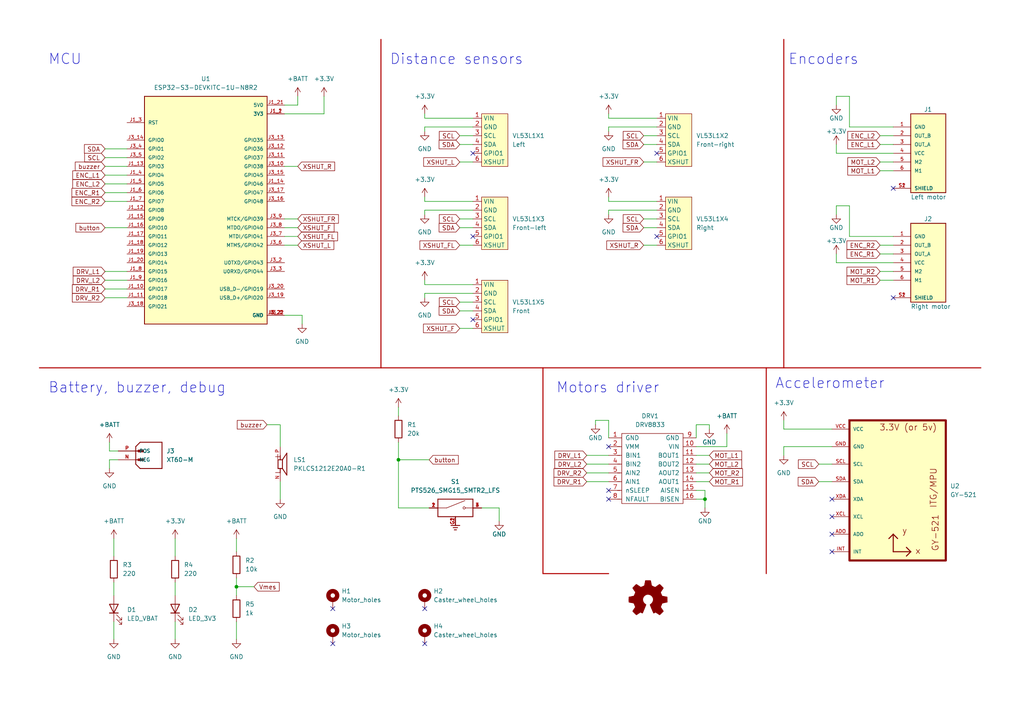
<source format=kicad_sch>
(kicad_sch (version 20211123) (generator eeschema)
  (paper "A4")
  (title_block (title "Algernon Micromouse PCB") (rev "v0.1"))
  (lib_symbols
    (symbol "BM06B-SRSS-TB_LF__SN__1" (pin_names (offset 1.016))
      (property "Reference" "J" (at -5.08 13.462 0))
      (property "Value" "BM06B-SRSS-TB_LF__SN__1" (at -5.08 -12.7 0))
      (symbol "BM06B-SRSS-TB_LF__SN__1_0_0"
        (pin passive line (at -10.16 10.16 0) (length 5.08) (name "GND") (number "1"))
        (pin passive line (at -10.16 7.62 0) (length 5.08) (name "OUT_B") (number "2"))
        (pin passive line (at -10.16 5.08 0) (length 5.08) (name "OUT_A") (number "3"))
        (pin passive line (at -10.16 2.54 0) (length 5.08) (name "VCC") (number "4"))
        (pin passive line (at -10.16 0 0) (length 5.08) (name "M2") (number "5"))
        (pin passive line (at -10.16 -2.54 0) (length 5.08) (name "M1") (number "6"))
        (pin passive line (at -10.16 -7.62 0) (length 5.08) (name "SHIELD") (number "S1"))
        (pin passive line (at -10.16 -7.62 0) (length 5.08) (name "SHIELD") (number "S2"))
      )
    )
    (symbol "BM06B-SRSS-TB_LF__SN__2" (pin_names (offset 1.016))
      (property "Reference" "J" (at -5.08 13.462 0))
      (property "Value" "BM06B-SRSS-TB_LF__SN__2" (at -5.08 -12.7 0))
      (symbol "BM06B-SRSS-TB_LF__SN__2_0_0"
        (pin passive line (at -10.16 10.16 0) (length 5.08) (name "GND") (number "1"))
        (pin passive line (at -10.16 7.62 0) (length 5.08) (name "OUT_B") (number "2"))
        (pin passive line (at -10.16 5.08 0) (length 5.08) (name "OUT_A") (number "3"))
        (pin passive line (at -10.16 2.54 0) (length 5.08) (name "VCC") (number "4"))
        (pin passive line (at -10.16 0 0) (length 5.08) (name "M2") (number "5"))
        (pin passive line (at -10.16 -2.54 0) (length 5.08) (name "M1") (number "6"))
        (pin passive line (at -10.16 -7.62 0) (length 5.08) (name "SHIELD") (number "S1"))
        (pin passive line (at -10.16 -7.62 0) (length 5.08) (name "SHIELD") (number "S2"))
      )
    )
    (symbol "DRV8833:Dual motor driver" (pin_names (offset 1.016))
      (property "Reference" "DRV8833" (at 0 11.43 0))
      (property "Value" "Dual motor driver" (at 0 -11.43 0))
      (symbol "Dual motor driver_1_1"
        (pin input line (at -12.7 8.89 0) (length 3.81) (name "GND") (number "1"))
        (pin output line (at 12.7 6.35 180) (length 3.81) (name "VIN") (number "10"))
        (pin output line (at 12.7 3.81 180) (length 3.81) (name "BOUT1") (number "11"))
        (pin output line (at 12.7 1.27 180) (length 3.81) (name "BOUT2") (number "12"))
        (pin output line (at 12.7 -1.27 180) (length 3.81) (name "AOUT2") (number "13"))
        (pin output line (at 12.7 -3.81 180) (length 3.81) (name "AOUT1") (number "14"))
        (pin input line (at 12.7 -6.35 180) (length 3.81) (name "AISEN") (number "15"))
        (pin input line (at 12.7 -8.89 180) (length 3.81) (name "BISEN") (number "16"))
        (pin input line (at -12.7 6.35 0) (length 3.81) (name "VMM") (number "2"))
        (pin input line (at -12.7 3.81 0) (length 3.81) (name "BIN1") (number "3"))
        (pin input line (at -12.7 1.27 0) (length 3.81) (name "BIN2") (number "4"))
        (pin input line (at -12.7 -1.27 0) (length 3.81) (name "AIN2") (number "5"))
        (pin input line (at -12.7 -3.81 0) (length 3.81) (name "AIN1") (number "6"))
        (pin input line (at -12.7 -6.35 0) (length 3.81) (name "nSLEEP") (number "7"))
        (pin input line (at -12.7 -8.89 0) (length 3.81) (name "NFAULT") (number "8"))
        (pin input line (at 12.7 8.89 180) (length 3.81) (name "GND") (number "9"))
      )
    )
    (symbol "Device:LED" (pin_numbers hide) (pin_names (offset 1.016) hide)
      (property "Reference" "D" (at 0 2.54 0))
      (property "Value" "LED" (at 0 -2.54 0))
      (symbol "LED_1_1"
        (pin passive line (at -3.81 0 0) (length 2.54) (name "K") (number "1"))
        (pin passive line (at 3.81 0 180) (length 2.54) (name "A") (number "2"))
      )
    )
    (symbol "Device:R" (pin_numbers hide) (pin_names (offset 0))
      (property "Reference" "R" (at 2.032 0 90))
      (property "Value" "R" (at 0 0 90))
      (symbol "R_1_1"
        (pin passive line (at 0 3.81 270) (length 1.27) (name "~") (number "1"))
        (pin passive line (at 0 -3.81 90) (length 1.27) (name "~") (number "2"))
      )
    )
    (symbol "ESP32-S3-DEVKITC-1U-N8R2:ESP32-S3-DEVKITC-1U-N8R2" (pin_names (offset 1.016))
      (property "Reference" "U" (at -17.78 35.56 0))
      (property "Value" "ESP32-S3-DEVKITC-1U-N8R2" (at -17.78 -35.56 0))
      (symbol "ESP32-S3-DEVKITC-1U-N8R2_0_0"
        (pin power_in line (at 22.86 27.94 180) (length 5.08) (name "3V3") (number "J1_1"))
        (pin bidirectional line (at -22.86 -22.86 0) (length 5.08) (name "GPIO17") (number "J1_10"))
        (pin bidirectional line (at -22.86 -25.4 0) (length 5.08) (name "GPIO18") (number "J1_11"))
        (pin bidirectional line (at -22.86 0 0) (length 5.08) (name "GPIO8") (number "J1_12"))
        (pin bidirectional line (at -22.86 12.7 0) (length 5.08) (name "GPIO3") (number "J1_13"))
        (pin bidirectional line (at 22.86 7.62 180) (length 5.08) (name "GPIO46") (number "J1_14"))
        (pin bidirectional line (at -22.86 -2.54 0) (length 5.08) (name "GPIO9") (number "J1_15"))
        (pin bidirectional line (at -22.86 -5.08 0) (length 5.08) (name "GPIO10") (number "J1_16"))
        (pin bidirectional line (at -22.86 -7.62 0) (length 5.08) (name "GPIO11") (number "J1_17"))
        (pin bidirectional line (at -22.86 -10.16 0) (length 5.08) (name "GPIO12") (number "J1_18"))
        (pin bidirectional line (at -22.86 -12.7 0) (length 5.08) (name "GPIO13") (number "J1_19"))
        (pin power_in line (at 22.86 27.94 180) (length 5.08) (name "3V3") (number "J1_2"))
        (pin bidirectional line (at -22.86 -15.24 0) (length 5.08) (name "GPIO14") (number "J1_20"))
        (pin power_in line (at 22.86 30.48 180) (length 5.08) (name "5V0") (number "J1_21"))
        (pin power_in line (at 22.86 -30.48 180) (length 5.08) (name "GND") (number "J1_22"))
        (pin input line (at -22.86 25.4 0) (length 5.08) (name "RST") (number "J1_3"))
        (pin bidirectional line (at -22.86 10.16 0) (length 5.08) (name "GPIO4") (number "J1_4"))
        (pin bidirectional line (at -22.86 7.62 0) (length 5.08) (name "GPIO5") (number "J1_5"))
        (pin bidirectional line (at -22.86 5.08 0) (length 5.08) (name "GPIO6") (number "J1_6"))
        (pin bidirectional line (at -22.86 2.54 0) (length 5.08) (name "GPIO7") (number "J1_7"))
        (pin bidirectional line (at -22.86 -17.78 0) (length 5.08) (name "GPIO15") (number "J1_8"))
        (pin bidirectional line (at -22.86 -20.32 0) (length 5.08) (name "GPIO16") (number "J1_9"))
        (pin power_in line (at 22.86 -30.48 180) (length 5.08) (name "GND") (number "J3_1"))
        (pin bidirectional line (at 22.86 12.7 180) (length 5.08) (name "GPIO38") (number "J3_10"))
        (pin bidirectional line (at 22.86 15.24 180) (length 5.08) (name "GPIO37") (number "J3_11"))
        (pin bidirectional line (at 22.86 17.78 180) (length 5.08) (name "GPIO36") (number "J3_12"))
        (pin bidirectional line (at 22.86 20.32 180) (length 5.08) (name "GPIO35") (number "J3_13"))
        (pin bidirectional line (at -22.86 20.32 0) (length 5.08) (name "GPIO0") (number "J3_14"))
        (pin bidirectional line (at 22.86 10.16 180) (length 5.08) (name "GPIO45") (number "J3_15"))
        (pin bidirectional line (at 22.86 2.54 180) (length 5.08) (name "GPIO48") (number "J3_16"))
        (pin bidirectional line (at 22.86 5.08 180) (length 5.08) (name "GPIO47") (number "J3_17"))
        (pin bidirectional line (at -22.86 -27.94 0) (length 5.08) (name "GPIO21") (number "J3_18"))
        (pin bidirectional line (at 22.86 -25.4 180) (length 5.08) (name "USB_D+/GPIO20") (number "J3_19"))
        (pin bidirectional line (at 22.86 -15.24 180) (length 5.08) (name "U0TXD/GPIO43") (number "J3_2"))
        (pin bidirectional line (at 22.86 -22.86 180) (length 5.08) (name "USB_D-/GPIO19") (number "J3_20"))
        (pin power_in line (at 22.86 -30.48 180) (length 5.08) (name "GND") (number "J3_21"))
        (pin power_in line (at 22.86 -30.48 180) (length 5.08) (name "GND") (number "J3_22"))
        (pin bidirectional line (at 22.86 -17.78 180) (length 5.08) (name "U0RXD/GPIO44") (number "J3_3"))
        (pin bidirectional line (at -22.86 17.78 0) (length 5.08) (name "GPIO1") (number "J3_4"))
        (pin bidirectional line (at -22.86 15.24 0) (length 5.08) (name "GPIO2") (number "J3_5"))
        (pin bidirectional line (at 22.86 -10.16 180) (length 5.08) (name "MTMS/GPIO42") (number "J3_6"))
        (pin bidirectional line (at 22.86 -7.62 180) (length 5.08) (name "MTDI/GPIO41") (number "J3_7"))
        (pin bidirectional line (at 22.86 -5.08 180) (length 5.08) (name "MTDO/GPIO40") (number "J3_8"))
        (pin bidirectional line (at 22.86 -2.54 180) (length 5.08) (name "MTCK/GPIO39") (number "J3_9"))
      )
    )
    (symbol "GY-521:GY-521" (pin_names (offset 1.016))
      (property "Reference" "U" (at 0 0 0))
      (property "Value" "GY-521" (at 0 0 0))
      (symbol "GY-521_0_0"
        (text "3.3V (or 5v)" (at -1.524 14.732 0) (effects (font (size 1.778 1.778)) (justify left bottom)))
        (text "GY-521" (at 13.716 -9.398 900) (effects (font (size 1.778 1.778)) (justify right top)))
        (text "ITG/MPU" (at 15.24 -7.62 900) (effects (font (size 1.778 1.778)) (justify left bottom)))
        (text "x" (at 8.89 -21.082 0) (effects (font (size 1.778 1.778)) (justify left bottom)))
        (text "y" (at 5.08 -15.24 0) (effects (font (size 1.778 1.778)) (justify left bottom)))
        (pin bidirectional line (at -15.24 -15.24 0) (length 5.08) (name "ADO") (number "ADO"))
        (pin bidirectional line (at -15.24 10.16 0) (length 5.08) (name "GND") (number "GND"))
        (pin bidirectional line (at -15.24 -20.32 0) (length 5.08) (name "INT") (number "INT"))
        (pin bidirectional line (at -15.24 5.08 0) (length 5.08) (name "SCL") (number "SCL"))
        (pin bidirectional line (at -15.24 0 0) (length 5.08) (name "SDA") (number "SDA"))
        (pin bidirectional line (at -15.24 15.24 0) (length 5.08) (name "VCC") (number "VCC"))
        (pin bidirectional line (at -15.24 -10.16 0) (length 5.08) (name "XCL") (number "XCL"))
        (pin bidirectional line (at -15.24 -5.08 0) (length 5.08) (name "XDA") (number "XDA"))
      )
    )
    (symbol "Graphic:Logo_Open_Hardware_Small" (pin_names (offset 1.016)))
    (symbol "Mechanical:MountingHole_Pad" (pin_numbers hide) (pin_names (offset 1.016) hide)
      (property "Reference" "H" (at 0 6.35 0))
      (property "Value" "MountingHole_Pad" (at 0 4.445 0))
      (symbol "MountingHole_Pad_1_1"
        (pin input line (at 0 -2.54 90) (length 2.54) (name "1") (number "1"))
      )
    )
    (symbol "PKLCS1212E20A0-R1:PKLCS1212E20A0-R1" (pin_names (offset 1.016))
      (property "Reference" "LS" (at -3.82 8.9133 0))
      (property "Value" "PKLCS1212E20A0-R1" (at -3.823 -11.469 0))
      (symbol "PKLCS1212E20A0-R1_0_0"
        (text "+" (at -1.905 1.27 0) (effects (font (size 1.778 1.778)) (justify left bottom)))
        (text "-" (at -1.905 -1.27 0) (effects (font (size 1.778 1.778)) (justify left top)))
        (pin passive line (at 0 -5.08 90) (length 2.54) (name "~") (number "N"))
        (pin passive line (at 0 5.08 270) (length 2.54) (name "~") (number "P"))
      )
    )
    (symbol "PTS526_SMG15_SMTR2_LFS:PTS526_SMG15_SMTR2_LFS" (pin_names (offset 1.016))
      (property "Reference" "S" (at -5.08 3.175 0))
      (property "Value" "PTS526_SMG15_SMTR2_LFS" (at 2.54 -5.08 0))
      (symbol "PTS526_SMG15_SMTR2_LFS_0_0"
        (pin passive line (at -7.62 0 0) (length 2.54) (name "~") (number "1"))
        (pin passive line (at -7.62 0 0) (length 2.54) (name "~") (number "2"))
        (pin passive line (at 7.62 0 180) (length 2.54) (name "~") (number "3"))
        (pin passive line (at 7.62 0 180) (length 2.54) (name "~") (number "4"))
        (pin power_in line (at 0 -5.08 90) (length 2.54) (name "~") (number "G1"))
        (pin power_in line (at 0 -5.08 90) (length 2.54) (name "~") (number "G2"))
      )
    )
    (symbol "VL53L1x:ToF distance sensor"
      (property "Reference" "VL53L1X" (at 0 -11.43 0))
      (property "Value" "ToF distance sensor" (at 0 -8.89 0))
      (symbol "ToF distance sensor_1_1"
        (pin input line (at -1.27 6.35 0) (length 2.54) (name "VIN") (number "1"))
        (pin input line (at -1.27 3.81 0) (length 2.54) (name "GND") (number "2"))
        (pin input line (at -1.27 1.27 0) (length 2.54) (name "SCL") (number "3"))
        (pin input line (at -1.27 -1.27 0) (length 2.54) (name "SDA") (number "4"))
        (pin input line (at -1.27 -3.81 0) (length 2.54) (name "GPIO1") (number "5"))
        (pin input line (at -1.27 -6.35 0) (length 2.54) (name "XSHUT") (number "6"))
      )
    )
    (symbol "XT60-M:XT60-M" (pin_names (offset 1.016))
      (property "Reference" "J" (at 0 6.35 0))
      (property "Value" "XT60-M" (at 0 -5.08 0))
      (symbol "XT60-M_0_0"
        (pin passive line (at -5.08 0 0) (length 5.08) (name "NEG") (number "N"))
        (pin passive line (at -5.08 2.54 0) (length 5.08) (name "POS") (number "P"))
      )
    )
    (symbol "power:+3.3V" (power) (pin_names (offset 0))
      (property "Value" "+3.3V" (at 0 3.556 0))
      (symbol "+3.3V_1_1"
        (pin power_in line (at 0 0 90) (length 0) hide (name "+3.3V") (number "1"))
      )
    )
    (symbol "power:+BATT" (power) (pin_names (offset 0))
      (property "Value" "+BATT" (at 0 3.556 0))
      (symbol "+BATT_1_1"
        (pin power_in line (at 0 0 90) (length 0) hide (name "+BATT") (number "1"))
      )
    )
    (symbol "power:GND" (power) (pin_names (offset 0))
      (property "Value" "GND" (at 0 -3.81 0))
      (symbol "GND_1_1"
        (pin power_in line (at 0 0 270) (length 0) hide (name "GND") (number "1"))
      )
    )
  )
  (junction (at 68.58 170.18))
  (junction (at 204.47 144.78))
  (junction (at 115.57 133.35))
  (no_connect (at 137.16 92.71))
  (no_connect (at 259.08 86.36))
  (no_connect (at 259.08 54.61))
  (no_connect (at 137.16 68.58))
  (no_connect (at 190.5 44.45))
  (no_connect (at 176.53 129.54))
  (no_connect (at 241.3 149.86))
  (no_connect (at 241.3 154.94))
  (no_connect (at 241.3 144.78))
  (no_connect (at 241.3 160.02))
  (no_connect (at 190.5 68.58))
  (no_connect (at 137.16 44.45))
  (no_connect (at 176.53 142.24))
  (no_connect (at 176.53 144.78))
  (no_connect (at 123.19 176.53))
  (no_connect (at 123.19 186.69))
  (no_connect (at 96.52 186.69))
  (no_connect (at 96.52 176.53))
  (wire (pts (xy 201.93 142.24) (xy 204.47 142.24)))
  (wire (pts (xy 176.53 121.92) (xy 172.72 121.92)))
  (wire (pts (xy 133.35 87.63) (xy 137.16 87.63)))
  (wire (pts (xy 30.48 43.18) (xy 36.83 43.18)))
  (wire (pts (xy 255.27 71.12) (xy 259.08 71.12)))
  (wire (pts (xy 30.48 48.26) (xy 36.83 48.26)))
  (wire (pts (xy 242.57 27.94) (xy 242.57 30.48)))
  (wire (pts (xy 30.48 50.8) (xy 36.83 50.8)))
  (wire (pts (xy 246.38 36.83) (xy 246.38 27.94)))
  (wire (pts (xy 259.08 36.83) (xy 246.38 36.83)))
  (polyline (pts (xy 11.43 106.68) (xy 284.48 106.68)) (stroke (width 0.3) (type solid) (color 177 0 0 1)))
  (wire (pts (xy 30.48 66.04) (xy 36.83 66.04)))
  (wire (pts (xy 204.47 144.78) (xy 204.47 147.32)))
  (wire (pts (xy 30.48 78.74) (xy 36.83 78.74)))
  (wire (pts (xy 123.19 85.09) (xy 123.19 86.36)))
  (wire (pts (xy 176.53 60.96) (xy 176.53 62.23)))
  (wire (pts (xy 93.98 27.94) (xy 93.98 33.02)))
  (wire (pts (xy 68.58 170.18) (xy 73.66 170.18)))
  (wire (pts (xy 205.74 132.08) (xy 201.93 132.08)))
  (wire (pts (xy 176.53 34.29) (xy 176.53 33.02)))
  (wire (pts (xy 34.29 130.81) (xy 31.75 130.81)))
  (wire (pts (xy 133.35 66.04) (xy 137.16 66.04)))
  (wire (pts (xy 81.28 129.54) (xy 81.28 123.19)))
  (wire (pts (xy 115.57 128.27) (xy 115.57 133.35)))
  (wire (pts (xy 115.57 133.35) (xy 115.57 147.32)))
  (wire (pts (xy 123.19 60.96) (xy 123.19 62.23)))
  (wire (pts (xy 201.93 127) (xy 201.93 123.19)))
  (wire (pts (xy 33.02 156.21) (xy 33.02 161.29)))
  (wire (pts (xy 204.47 142.24) (xy 204.47 144.78)))
  (wire (pts (xy 68.58 167.64) (xy 68.58 170.18)))
  (wire (pts (xy 210.82 129.54) (xy 210.82 125.73)))
  (wire (pts (xy 242.57 59.69) (xy 242.57 62.23)))
  (wire (pts (xy 205.74 134.62) (xy 201.93 134.62)))
  (wire (pts (xy 87.63 91.44) (xy 87.63 93.98)))
  (wire (pts (xy 137.16 85.09) (xy 123.19 85.09)))
  (wire (pts (xy 115.57 133.35) (xy 124.46 133.35)))
  (wire (pts (xy 205.74 137.16) (xy 201.93 137.16)))
  (wire (pts (xy 237.49 134.62) (xy 241.3 134.62)))
  (wire (pts (xy 186.69 66.04) (xy 190.5 66.04)))
  (wire (pts (xy 133.35 46.99) (xy 137.16 46.99)))
  (wire (pts (xy 123.19 34.29) (xy 123.19 33.02)))
  (wire (pts (xy 82.55 71.12) (xy 86.36 71.12)))
  (wire (pts (xy 144.78 147.32) (xy 144.78 151.13)))
  (wire (pts (xy 246.38 68.58) (xy 246.38 59.69)))
  (wire (pts (xy 242.57 73.66) (xy 242.57 76.2)))
  (wire (pts (xy 123.19 58.42) (xy 123.19 57.15)))
  (wire (pts (xy 68.58 156.21) (xy 68.58 160.02)))
  (wire (pts (xy 227.33 124.46) (xy 227.33 121.92)))
  (wire (pts (xy 133.35 63.5) (xy 137.16 63.5)))
  (wire (pts (xy 30.48 45.72) (xy 36.83 45.72)))
  (wire (pts (xy 115.57 118.11) (xy 115.57 120.65)))
  (wire (pts (xy 255.27 49.53) (xy 259.08 49.53)))
  (wire (pts (xy 133.35 39.37) (xy 137.16 39.37)))
  (wire (pts (xy 33.02 168.91) (xy 33.02 172.72)))
  (wire (pts (xy 246.38 59.69) (xy 242.57 59.69)))
  (wire (pts (xy 242.57 44.45) (xy 259.08 44.45)))
  (wire (pts (xy 190.5 36.83) (xy 176.53 36.83)))
  (wire (pts (xy 115.57 147.32) (xy 124.46 147.32)))
  (wire (pts (xy 170.18 139.7) (xy 176.53 139.7)))
  (wire (pts (xy 137.16 58.42) (xy 123.19 58.42)))
  (wire (pts (xy 133.35 71.12) (xy 137.16 71.12)))
  (wire (pts (xy 255.27 41.91) (xy 259.08 41.91)))
  (wire (pts (xy 82.55 33.02) (xy 93.98 33.02)))
  (wire (pts (xy 201.93 144.78) (xy 204.47 144.78)))
  (wire (pts (xy 255.27 46.99) (xy 259.08 46.99)))
  (wire (pts (xy 255.27 73.66) (xy 259.08 73.66)))
  (wire (pts (xy 68.58 180.34) (xy 68.58 185.42)))
  (wire (pts (xy 139.7 147.32) (xy 144.78 147.32)))
  (polyline (pts (xy 157.48 106.68) (xy 157.48 166.37)) (stroke (width 0.3) (type solid) (color 177 0 0 1)))
  (wire (pts (xy 255.27 39.37) (xy 259.08 39.37)))
  (wire (pts (xy 227.33 129.54) (xy 227.33 132.08)))
  (wire (pts (xy 241.3 124.46) (xy 227.33 124.46)))
  (wire (pts (xy 30.48 86.36) (xy 36.83 86.36)))
  (wire (pts (xy 201.93 123.19) (xy 205.74 123.19)))
  (wire (pts (xy 50.8 156.21) (xy 50.8 161.29)))
  (polyline (pts (xy 110.49 11.43) (xy 110.49 106.68)) (stroke (width 0.3) (type solid) (color 177 0 0 1)))
  (polyline (pts (xy 227.33 11.43) (xy 227.33 106.68)) (stroke (width 0.3) (type solid) (color 177 0 0 1)))
  (wire (pts (xy 123.19 36.83) (xy 123.19 38.1)))
  (wire (pts (xy 81.28 123.19) (xy 77.47 123.19)))
  (wire (pts (xy 186.69 46.99) (xy 190.5 46.99)))
  (wire (pts (xy 186.69 71.12) (xy 190.5 71.12)))
  (polyline (pts (xy 157.48 166.37) (xy 176.53 166.37)) (stroke (width 0.3) (type solid) (color 177 0 0 1)))
  (wire (pts (xy 242.57 76.2) (xy 259.08 76.2)))
  (wire (pts (xy 137.16 34.29) (xy 123.19 34.29)))
  (wire (pts (xy 82.55 30.48) (xy 86.36 30.48)))
  (wire (pts (xy 186.69 41.91) (xy 190.5 41.91)))
  (wire (pts (xy 259.08 68.58) (xy 246.38 68.58)))
  (wire (pts (xy 34.29 133.35) (xy 31.75 133.35)))
  (wire (pts (xy 82.55 48.26) (xy 86.36 48.26)))
  (wire (pts (xy 237.49 139.7) (xy 241.3 139.7)))
  (wire (pts (xy 255.27 78.74) (xy 259.08 78.74)))
  (wire (pts (xy 30.48 83.82) (xy 36.83 83.82)))
  (wire (pts (xy 33.02 180.34) (xy 33.02 185.42)))
  (wire (pts (xy 82.55 68.58) (xy 86.36 68.58)))
  (wire (pts (xy 170.18 137.16) (xy 176.53 137.16)))
  (wire (pts (xy 30.48 58.42) (xy 36.83 58.42)))
  (wire (pts (xy 50.8 180.34) (xy 50.8 185.42)))
  (wire (pts (xy 133.35 90.17) (xy 137.16 90.17)))
  (wire (pts (xy 82.55 66.04) (xy 86.36 66.04)))
  (wire (pts (xy 81.28 139.7) (xy 81.28 144.78)))
  (wire (pts (xy 137.16 60.96) (xy 123.19 60.96)))
  (wire (pts (xy 170.18 132.08) (xy 176.53 132.08)))
  (wire (pts (xy 30.48 53.34) (xy 36.83 53.34)))
  (wire (pts (xy 31.75 130.81) (xy 31.75 128.27)))
  (wire (pts (xy 176.53 58.42) (xy 176.53 57.15)))
  (wire (pts (xy 86.36 27.94) (xy 86.36 30.48)))
  (wire (pts (xy 186.69 63.5) (xy 190.5 63.5)))
  (wire (pts (xy 133.35 41.91) (xy 137.16 41.91)))
  (wire (pts (xy 82.55 91.44) (xy 87.63 91.44)))
  (wire (pts (xy 82.55 63.5) (xy 86.36 63.5)))
  (polyline (pts (xy 222.25 106.68) (xy 222.25 166.37)) (stroke (width 0.3) (type solid) (color 177 0 0 1)))
  (wire (pts (xy 255.27 81.28) (xy 259.08 81.28)))
  (wire (pts (xy 241.3 129.54) (xy 227.33 129.54)))
  (wire (pts (xy 242.57 41.91) (xy 242.57 44.45)))
  (wire (pts (xy 205.74 123.19) (xy 205.74 124.46)))
  (wire (pts (xy 30.48 81.28) (xy 36.83 81.28)))
  (wire (pts (xy 190.5 34.29) (xy 176.53 34.29)))
  (wire (pts (xy 190.5 58.42) (xy 176.53 58.42)))
  (wire (pts (xy 137.16 36.83) (xy 123.19 36.83)))
  (wire (pts (xy 68.58 170.18) (xy 68.58 172.72)))
  (wire (pts (xy 172.72 121.92) (xy 172.72 123.19)))
  (wire (pts (xy 123.19 82.55) (xy 123.19 81.28)))
  (wire (pts (xy 31.75 133.35) (xy 31.75 135.89)))
  (wire (pts (xy 190.5 60.96) (xy 176.53 60.96)))
  (wire (pts (xy 170.18 134.62) (xy 176.53 134.62)))
  (wire (pts (xy 50.8 168.91) (xy 50.8 172.72)))
  (wire (pts (xy 176.53 127) (xy 176.53 121.92)))
  (wire (pts (xy 137.16 82.55) (xy 123.19 82.55)))
  (wire (pts (xy 205.74 139.7) (xy 201.93 139.7)))
  (wire (pts (xy 201.93 129.54) (xy 210.82 129.54)))
  (wire (pts (xy 133.35 95.25) (xy 137.16 95.25)))
  (wire (pts (xy 30.48 55.88) (xy 36.83 55.88)))
  (wire (pts (xy 176.53 36.83) (xy 176.53 38.1)))
  (wire (pts (xy 246.38 27.94) (xy 242.57 27.94)))
  (wire (pts (xy 186.69 39.37) (xy 190.5 39.37)))
  (text "Battery, buzzer, debug" (at 13.97 114.3 0) (effects (font (size 3 3)) (justify left bottom)))
  (text "Motors driver" (at 161.29 114.3 0) (effects (font (size 3 3)) (justify left bottom)))
  (text "Distance sensors" (at 113.03 19.05 0) (effects (font (size 3 3)) (justify left bottom)))
  (text "Encoders" (at 228.6 19.05 0) (effects (font (size 3 3)) (justify left bottom)))
  (text "MCU" (at 13.97 19.05 0) (effects (font (size 3 3)) (justify left bottom)))
  (text "Accelerometer\n" (at 224.79 113.03 0) (effects (font (size 3 3)) (justify left bottom)))
  (global_label "button" (shape input) (at 124.46 133.35 0) (property "Intersheet References" "${INTERSHEET_REFS}" (effects hide)))
  (global_label "ENC_R2" (shape input) (at 30.48 58.42 180) (property "Intersheet References" "${INTERSHEET_REFS}" (effects hide)))
  (global_label "DRV_L1" (shape input) (at 30.48 78.74 180) (property "Intersheet References" "${INTERSHEET_REFS}" (effects hide)))
  (global_label "DRV_R1" (shape input) (at 30.48 83.82 180) (property "Intersheet References" "${INTERSHEET_REFS}" (effects hide)))
  (global_label "SDA" (shape input) (at 30.48 43.18 180) (property "Intersheet References" "${INTERSHEET_REFS}" (effects hide)))
  (global_label "Vmes" (shape input) (at 73.66 170.18 0) (property "Intersheet References" "${INTERSHEET_REFS}" (effects hide)))
  (global_label "MOT_L1" (shape input) (at 205.74 132.08 0) (property "Intersheet References" "${INTERSHEET_REFS}" (effects hide)))
  (global_label "SCL" (shape input) (at 133.35 87.63 180) (property "Intersheet References" "${INTERSHEET_REFS}" (effects hide)))
  (global_label "ENC_R1" (shape input) (at 255.27 73.66 180) (property "Intersheet References" "${INTERSHEET_REFS}" (effects hide)))
  (global_label "ENC_L2" (shape input) (at 255.27 39.37 180) (property "Intersheet References" "${INTERSHEET_REFS}" (effects hide)))
  (global_label "MOT_R2" (shape input) (at 255.27 78.74 180) (property "Intersheet References" "${INTERSHEET_REFS}" (effects hide)))
  (global_label "DRV_R1" (shape input) (at 170.18 139.7 180) (property "Intersheet References" "${INTERSHEET_REFS}" (effects hide)))
  (global_label "SCL" (shape input) (at 30.48 45.72 180) (property "Intersheet References" "${INTERSHEET_REFS}" (effects hide)))
  (global_label "MOT_L2" (shape input) (at 255.27 46.99 180) (property "Intersheet References" "${INTERSHEET_REFS}" (effects hide)))
  (global_label "button" (shape input) (at 30.48 66.04 180) (property "Intersheet References" "${INTERSHEET_REFS}" (effects hide)))
  (global_label "XSHUT_FL" (shape input) (at 133.35 71.12 180) (property "Intersheet References" "${INTERSHEET_REFS}" (effects hide)))
  (global_label "ENC_R2" (shape input) (at 255.27 71.12 180) (property "Intersheet References" "${INTERSHEET_REFS}" (effects hide)))
  (global_label "ENC_R1" (shape input) (at 30.48 55.88 180) (property "Intersheet References" "${INTERSHEET_REFS}" (effects hide)))
  (global_label "XSHUT_R" (shape input) (at 86.36 48.26 0) (property "Intersheet References" "${INTERSHEET_REFS}" (effects hide)))
  (global_label "DRV_R2" (shape input) (at 170.18 137.16 180) (property "Intersheet References" "${INTERSHEET_REFS}" (effects hide)))
  (global_label "XSHUT_L" (shape input) (at 133.35 46.99 180) (property "Intersheet References" "${INTERSHEET_REFS}" (effects hide)))
  (global_label "DRV_L2" (shape input) (at 30.48 81.28 180) (property "Intersheet References" "${INTERSHEET_REFS}" (effects hide)))
  (global_label "XSHUT_FR" (shape input) (at 86.36 63.5 0) (property "Intersheet References" "${INTERSHEET_REFS}" (effects hide)))
  (global_label "ENC_L2" (shape input) (at 30.48 53.34 180) (property "Intersheet References" "${INTERSHEET_REFS}" (effects hide)))
  (global_label "MOT_R2" (shape input) (at 205.74 137.16 0) (property "Intersheet References" "${INTERSHEET_REFS}" (effects hide)))
  (global_label "XSHUT_F" (shape input) (at 86.36 66.04 0) (property "Intersheet References" "${INTERSHEET_REFS}" (effects hide)))
  (global_label "SDA" (shape input) (at 133.35 41.91 180) (property "Intersheet References" "${INTERSHEET_REFS}" (effects hide)))
  (global_label "SDA" (shape input) (at 237.49 139.7 180) (property "Intersheet References" "${INTERSHEET_REFS}" (effects hide)))
  (global_label "DRV_L2" (shape input) (at 170.18 134.62 180) (property "Intersheet References" "${INTERSHEET_REFS}" (effects hide)))
  (global_label "MOT_L1" (shape input) (at 255.27 49.53 180) (property "Intersheet References" "${INTERSHEET_REFS}" (effects hide)))
  (global_label "SDA" (shape input) (at 133.35 66.04 180) (property "Intersheet References" "${INTERSHEET_REFS}" (effects hide)))
  (global_label "SCL" (shape input) (at 237.49 134.62 180) (property "Intersheet References" "${INTERSHEET_REFS}" (effects hide)))
  (global_label "XSHUT_L" (shape input) (at 86.36 71.12 0) (property "Intersheet References" "${INTERSHEET_REFS}" (effects hide)))
  (global_label "SCL" (shape input) (at 133.35 39.37 180) (property "Intersheet References" "${INTERSHEET_REFS}" (effects hide)))
  (global_label "XSHUT_R" (shape input) (at 186.69 71.12 180) (property "Intersheet References" "${INTERSHEET_REFS}" (effects hide)))
  (global_label "DRV_R2" (shape input) (at 30.48 86.36 180) (property "Intersheet References" "${INTERSHEET_REFS}" (effects hide)))
  (global_label "ENC_L1" (shape input) (at 255.27 41.91 180) (property "Intersheet References" "${INTERSHEET_REFS}" (effects hide)))
  (global_label "DRV_L1" (shape input) (at 170.18 132.08 180) (property "Intersheet References" "${INTERSHEET_REFS}" (effects hide)))
  (global_label "XSHUT_FR" (shape input) (at 186.69 46.99 180) (property "Intersheet References" "${INTERSHEET_REFS}" (effects hide)))
  (global_label "MOT_L2" (shape input) (at 205.74 134.62 0) (property "Intersheet References" "${INTERSHEET_REFS}" (effects hide)))
  (global_label "MOT_R1" (shape input) (at 205.74 139.7 0) (property "Intersheet References" "${INTERSHEET_REFS}" (effects hide)))
  (global_label "XSHUT_F" (shape input) (at 133.35 95.25 180) (property "Intersheet References" "${INTERSHEET_REFS}" (effects hide)))
  (global_label "ENC_L1" (shape input) (at 30.48 50.8 180) (property "Intersheet References" "${INTERSHEET_REFS}" (effects hide)))
  (global_label "SCL" (shape input) (at 133.35 63.5 180) (property "Intersheet References" "${INTERSHEET_REFS}" (effects hide)))
  (global_label "MOT_R1" (shape input) (at 255.27 81.28 180) (property "Intersheet References" "${INTERSHEET_REFS}" (effects hide)))
  (global_label "buzzer" (shape input) (at 30.48 48.26 180) (property "Intersheet References" "${INTERSHEET_REFS}" (effects hide)))
  (global_label "SDA" (shape input) (at 133.35 90.17 180) (property "Intersheet References" "${INTERSHEET_REFS}" (effects hide)))
  (global_label "SCL" (shape input) (at 186.69 39.37 180) (property "Intersheet References" "${INTERSHEET_REFS}" (effects hide)))
  (global_label "SCL" (shape input) (at 186.69 63.5 180) (property "Intersheet References" "${INTERSHEET_REFS}" (effects hide)))
  (global_label "SDA" (shape input) (at 186.69 41.91 180) (property "Intersheet References" "${INTERSHEET_REFS}" (effects hide)))
  (global_label "XSHUT_FL" (shape input) (at 86.36 68.58 0) (property "Intersheet References" "${INTERSHEET_REFS}" (effects hide)))
  (global_label "SDA" (shape input) (at 186.69 66.04 180) (property "Intersheet References" "${INTERSHEET_REFS}" (effects hide)))
  (global_label "buzzer" (shape input) (at 77.47 123.19 180) (property "Intersheet References" "${INTERSHEET_REFS}" (effects hide)))
  (symbol (lib_id "power:GND") (at 227.33 132.08 0) (unit 1)
    (property "Reference" "#PWR024" (effects hide))
    (property "Value" "GND" (at 227.33 137.16 0))
  )
  (symbol (lib_id "VL53L1x:ToF distance sensor") (at 138.43 64.77 0) (unit 1)
    (property "Reference" "VL53L1X3" (at 148.59 63.4999 0) (effects (justify left)))
    (property "Value" "Front-left" (at 148.59 66.0399 0) (effects (justify left)))
    (property "Footprint" "footprints:TinyTronics_VL53L1X" (effects hide))
  )
  (symbol (lib_id "VL53L1x:ToF distance sensor") (at 191.77 40.64 0) (unit 1)
    (property "Reference" "VL53L1X2" (at 201.93 39.3699 0) (effects (justify left)))
    (property "Value" "Front-right" (at 201.93 41.9099 0) (effects (justify left)))
    (property "Footprint" "footprints:TinyTronics_VL53L1X" (effects hide))
  )
  (symbol (lib_id "power:GND") (at 31.75 135.89 0) (unit 1)
    (property "Reference" "#PWR025" (effects hide))
    (property "Value" "GND" (at 31.75 140.97 0))
  )
  (symbol (lib_id "GY-521:GY-521") (at 256.54 139.7 0) (unit 1)
    (property "Reference" "U2" (at 275.59 140.9699 0) (effects (justify left)))
    (property "Value" "GY-521" (at 275.59 143.5099 0) (effects (justify left)))
    (property "Footprint" "footprints:GY-521" (effects hide))
    (property "MF" "GODREAM FORDREAM CO., LIMITED" (effects hide))
    (property "Description" "\nTriple Axis Accelerometer Gyro Breakout\n" (effects hide))
    (property "Package" "Package" (effects hide))
    (property "Price" "None" (effects hide))
    (property "SnapEDA_Link" "https://www.snapeda.com/parts/GY-521/GODREAM+FORDREAM+CO.%252C+LIMITED/view-part/?ref=snap" (effects hide))
    (property "MP" "GY-521" (effects hide))
    (property "Availability" "Not in stock" (effects hide))
    (property "Check_prices" "https://www.snapeda.com/parts/GY-521/GODREAM+FORDREAM+CO.%252C+LIMITED/view-part/?ref=eda" (effects hide))
  )
  (symbol (lib_id "power:+BATT") (at 33.02 156.21 0) (unit 1)
    (property "Reference" "#PWR030" (effects hide))
    (property "Value" "+BATT" (at 33.02 151.13 0))
  )
  (symbol (lib_id "power:GND") (at 123.19 62.23 0) (unit 1)
    (property "Reference" "#PWR011" (effects hide))
    (property "Value" "GND" (at 123.19 67.31 0))
  )
  (symbol (lib_id "power:+3.3V") (at 123.19 57.15 0) (unit 1)
    (property "Reference" "#PWR09" (effects hide))
    (property "Value" "+3.3V" (at 123.19 52.07 0))
  )
  (symbol (lib_id "Mechanical:MountingHole_Pad") (at 96.52 173.99 0) (unit 1)
    (property "Reference" "H1" (at 99.06 171.4499 0) (effects (justify left)))
    (property "Value" "Motor_holes" (at 99.06 173.9899 0) (effects (justify left)))
    (property "Footprint" "footprints:Polulu_Micro_Gearmotor" (effects hide))
  )
  (symbol (lib_id "Device:R") (at 50.8 165.1 0) (unit 1)
    (property "Reference" "R4" (at 53.34 163.8299 0) (effects (justify left)))
    (property "Value" "220" (at 53.34 166.3699 0) (effects (justify left)))
    (property "Footprint" "Resistor_SMD:R_1206_3216Metric_Pad1.30x1.75mm_HandSolder" (effects hide))
  )
  (symbol (lib_id "power:+3.3V") (at 227.33 121.92 0) (unit 1)
    (property "Reference" "#PWR018" (effects hide))
    (property "Value" "+3.3V" (at 227.33 116.84 0))
  )
  (symbol (lib_id "power:GND") (at 242.57 62.23 0) (unit 1)
    (property "Reference" "#PWR013" (effects hide))
    (property "Value" "GND" (at 242.57 66.04 0))
  )
  (symbol (lib_id "power:+3.3V") (at 123.19 33.02 0) (unit 1)
    (property "Reference" "#PWR04" (effects hide))
    (property "Value" "+3.3V" (at 123.19 27.94 0))
  )
  (symbol (lib_id "power:GND") (at 33.02 185.42 0) (unit 1)
    (property "Reference" "#PWR033" (effects hide))
    (property "Value" "GND" (at 33.02 190.5 0))
  )
  (symbol (lib_id "power:+BATT") (at 68.58 156.21 0) (unit 1)
    (property "Reference" "#PWR032" (effects hide))
    (property "Value" "+BATT" (at 68.58 151.13 0))
  )
  (symbol (lib_id "power:GND") (at 176.53 38.1 0) (unit 1)
    (property "Reference" "#PWR07" (effects hide))
    (property "Value" "GND" (at 176.53 43.18 0))
  )
  (symbol (lib_id "power:GND") (at 123.19 86.36 0) (unit 1)
    (property "Reference" "#PWR016" (effects hide))
    (property "Value" "GND" (at 123.19 91.44 0))
  )
  (symbol (lib_id "Graphic:Logo_Open_Hardware_Small") (at 187.96 173.99 0) (unit 1)
    (property "Reference" "#LOGO1" (effects hide))
    (property "Value" "Logo_Open_Hardware_Small" (effects hide))
  )
  (symbol (lib_name "BM06B-SRSS-TB_LF__SN__2") (lib_id "JST_SH_6pins:BM06B-SRSS-TB_LF__SN_") (at 269.24 78.74 0) (unit 1)
    (property "Reference" "J2" (at 267.97 63.5 0) (effects (justify left)))
    (property "Value" "Right motor" (at 264.16 88.9 0) (effects (justify left)))
    (property "Footprint" "footprints:JST_SH_6pins" (effects hide))
    (property "MF" "JST Sales" (effects hide))
    (property "MAXIMUM_PACKAGE_HEIGHT" "6.3 mm" (effects hide))
    (property "Package" "None" (effects hide))
    (property "Price" "None" (effects hide))
    (property "Check_prices" "https://www.snapeda.com/parts/BM06B-SRSS-TB(LF)(SN)/JST+Sales+America+Inc./view-part/?ref=eda" (effects hide))
    (property "STANDARD" "Manufacturer Recommendations" (effects hide))
    (property "PARTREV" "N/A" (effects hide))
    (property "SnapEDA_Link" "https://www.snapeda.com/parts/BM06B-SRSS-TB(LF)(SN)/JST+Sales+America+Inc./view-part/?ref=snap" (effects hide))
    (property "MP" "BM06B-SRSS-TB(LF)(SN)" (effects hide))
    (property "Description" "\nConnector Header Surface Mount 6 position 0.039 (1.00mm)\n" (effects hide))
    (property "MANUFACTURER" "JST Sales America Inc." (effects hide))
    (property "Availability" "In Stock" (effects hide))
    (property "SNAPEDA_PN" "BM06B-SRSS-TB(LF)(SN)" (effects hide))
  )
  (symbol (lib_id "Device:LED") (at 33.02 176.53 90) (unit 1)
    (property "Reference" "D1" (at 36.83 176.8474 90) (effects (justify right)))
    (property "Value" "LED_VBAT" (at 36.83 179.3874 90) (effects (justify right)))
    (property "Footprint" "LED_SMD:LED_1206_3216Metric_Pad1.42x1.75mm_HandSolder" (effects hide))
  )
  (symbol (lib_id "Device:R") (at 33.02 165.1 0) (unit 1)
    (property "Reference" "R3" (at 35.56 163.8299 0) (effects (justify left)))
    (property "Value" "220" (at 35.56 166.3699 0) (effects (justify left)))
    (property "Footprint" "Resistor_SMD:R_1206_3216Metric_Pad1.30x1.75mm_HandSolder" (effects hide))
  )
  (symbol (lib_id "power:+3.3V") (at 176.53 57.15 0) (unit 1)
    (property "Reference" "#PWR010" (effects hide))
    (property "Value" "+3.3V" (at 176.53 52.07 0))
  )
  (symbol (lib_id "Device:R") (at 68.58 163.83 0) (unit 1)
    (property "Reference" "R2" (at 71.12 162.5599 0) (effects (justify left)))
    (property "Value" "10k" (at 71.12 165.0999 0) (effects (justify left)))
    (property "Footprint" "Resistor_SMD:R_1206_3216Metric_Pad1.30x1.75mm_HandSolder" (effects hide))
  )
  (symbol (lib_name "BM06B-SRSS-TB_LF__SN__1") (lib_id "JST_SH_6pins:BM06B-SRSS-TB_LF__SN_") (at 269.24 46.99 0) (unit 1)
    (property "Reference" "J1" (at 267.97 31.75 0) (effects (justify left)))
    (property "Value" "Left motor" (at 264.16 57.15 0) (effects (justify left)))
    (property "Footprint" "footprints:JST_SH_6pins" (effects hide))
    (property "MF" "JST Sales" (effects hide))
    (property "MAXIMUM_PACKAGE_HEIGHT" "6.3 mm" (effects hide))
    (property "Package" "None" (effects hide))
    (property "Price" "None" (effects hide))
    (property "Check_prices" "https://www.snapeda.com/parts/BM06B-SRSS-TB(LF)(SN)/JST+Sales+America+Inc./view-part/?ref=eda" (effects hide))
    (property "STANDARD" "Manufacturer Recommendations" (effects hide))
    (property "PARTREV" "N/A" (effects hide))
    (property "SnapEDA_Link" "https://www.snapeda.com/parts/BM06B-SRSS-TB(LF)(SN)/JST+Sales+America+Inc./view-part/?ref=snap" (effects hide))
    (property "MP" "BM06B-SRSS-TB(LF)(SN)" (effects hide))
    (property "Description" "\nConnector Header Surface Mount 6 position 0.039 (1.00mm)\n" (effects hide))
    (property "MANUFACTURER" "JST Sales America Inc." (effects hide))
    (property "Availability" "In Stock" (effects hide))
    (property "SNAPEDA_PN" "BM06B-SRSS-TB(LF)(SN)" (effects hide))
  )
  (symbol (lib_id "power:+3.3V") (at 176.53 33.02 0) (unit 1)
    (property "Reference" "#PWR05" (effects hide))
    (property "Value" "+3.3V" (at 176.53 27.94 0))
  )
  (symbol (lib_id "power:+3.3V") (at 242.57 73.66 0) (unit 1)
    (property "Reference" "#PWR014" (effects hide))
    (property "Value" "+3.3V" (at 242.57 69.85 0))
  )
  (symbol (lib_id "power:GND") (at 144.78 151.13 0) (unit 1)
    (property "Reference" "#PWR029" (effects hide))
    (property "Value" "GND" (at 144.78 154.94 0))
  )
  (symbol (lib_id "Device:R") (at 68.58 176.53 0) (unit 1)
    (property "Reference" "R5" (at 71.12 175.2599 0) (effects (justify left)))
    (property "Value" "1k" (at 71.12 177.7999 0) (effects (justify left)))
    (property "Footprint" "Resistor_SMD:R_1206_3216Metric_Pad1.30x1.75mm_HandSolder" (effects hide))
  )
  (symbol (lib_id "Mechanical:MountingHole_Pad") (at 123.19 184.15 0) (unit 1)
    (property "Reference" "H4" (at 125.73 181.6099 0) (effects (justify left)))
    (property "Value" "Caster_wheel_holes" (at 125.73 184.1499 0) (effects (justify left)))
    (property "Footprint" "footprints:caster_wheel" (effects hide))
  )
  (symbol (lib_id "power:+BATT") (at 210.82 125.73 0) (unit 1)
    (property "Reference" "#PWR022" (effects hide))
    (property "Value" "+BATT" (at 210.82 120.65 0))
  )
  (symbol (lib_id "power:+BATT") (at 31.75 128.27 0) (unit 1)
    (property "Reference" "#PWR023" (effects hide))
    (property "Value" "+BATT" (at 31.75 123.19 0))
  )
  (symbol (lib_id "DRV8833:Dual motor driver") (at 189.23 135.89 0) (unit 1)
    (property "Reference" "DRV1" (at 188.5569 120.65 0))
    (property "Value" "DRV8833" (at 188.5569 123.19 0))
    (property "Footprint" "footprints:Polulu_DRV8833" (effects hide))
  )
  (symbol (lib_id "power:GND") (at 123.19 38.1 0) (unit 1)
    (property "Reference" "#PWR06" (effects hide))
    (property "Value" "GND" (at 123.19 43.18 0))
  )
  (symbol (lib_id "VL53L1x:ToF distance sensor") (at 191.77 64.77 0) (unit 1)
    (property "Reference" "VL53L1X4" (at 201.93 63.4999 0) (effects (justify left)))
    (property "Value" "Right" (at 201.93 66.0399 0) (effects (justify left)))
    (property "Footprint" "footprints:TinyTronics_VL53L1X" (effects hide))
  )
  (symbol (lib_id "power:GND") (at 172.72 123.19 0) (unit 1)
    (property "Reference" "#PWR019" (effects hide))
    (property "Value" "GND" (at 172.72 127 0))
  )
  (symbol (lib_id "XT60-M:XT60-M") (at 39.37 133.35 0) (unit 1)
    (property "Reference" "J3" (at 48.26 130.8099 0) (effects (justify left)))
    (property "Value" "XT60-M" (at 48.26 133.3499 0) (effects (justify left)))
    (property "Footprint" "footprints:AMASS_XT60-M" (effects hide))
    (property "MF" "AMASS" (effects hide))
    (property "MAXIMUM_PACKAGE_HEIGHT" "16.00 mm" (effects hide))
    (property "Package" "Package" (effects hide))
    (property "Price" "None" (effects hide))
    (property "Check_prices" "https://www.snapeda.com/parts/XT60-M/AMASS/view-part/?ref=eda" (effects hide))
    (property "STANDARD" "IPC 7351B" (effects hide))
    (property "PARTREV" "V1.2" (effects hide))
    (property "SnapEDA_Link" "https://www.snapeda.com/parts/XT60-M/AMASS/view-part/?ref=snap" (effects hide))
    (property "MP" "XT60-M" (effects hide))
    (property "Description" "\nPlug; DC supply; XT60; male; PIN: 2; for cable; soldered; 30A; 500V\n" (effects hide))
    (property "Availability" "Not in stock" (effects hide))
    (property "MANUFACTURER" "AMASS" (effects hide))
  )
  (symbol (lib_id "power:GND") (at 176.53 62.23 0) (unit 1)
    (property "Reference" "#PWR012" (effects hide))
    (property "Value" "GND" (at 176.53 67.31 0))
  )
  (symbol (lib_id "Device:LED") (at 50.8 176.53 90) (unit 1)
    (property "Reference" "D2" (at 54.61 176.8474 90) (effects (justify right)))
    (property "Value" "LED_3V3" (at 54.61 179.3874 90) (effects (justify right)))
    (property "Footprint" "LED_SMD:LED_1206_3216Metric_Pad1.42x1.75mm_HandSolder" (effects hide))
  )
  (symbol (lib_id "power:+3.3V") (at 115.57 118.11 0) (unit 1)
    (property "Reference" "#PWR020" (effects hide))
    (property "Value" "+3.3V" (at 115.57 113.03 0))
  )
  (symbol (lib_id "power:+3.3V") (at 93.98 27.94 0) (unit 1)
    (property "Reference" "#PWR02" (effects hide))
    (property "Value" "+3.3V" (at 93.98 22.86 0))
  )
  (symbol (lib_id "power:+3.3V") (at 123.19 81.28 0) (unit 1)
    (property "Reference" "#PWR015" (effects hide))
    (property "Value" "+3.3V" (at 123.19 76.2 0))
  )
  (symbol (lib_id "power:GND") (at 204.47 147.32 0) (unit 1)
    (property "Reference" "#PWR028" (effects hide))
    (property "Value" "GND" (at 204.47 151.13 0))
  )
  (symbol (lib_id "power:+3.3V") (at 242.57 41.91 0) (unit 1)
    (property "Reference" "#PWR08" (effects hide))
    (property "Value" "+3.3V" (at 242.57 38.1 0))
  )
  (symbol (lib_id "power:+3.3V") (at 50.8 156.21 0) (unit 1)
    (property "Reference" "#PWR0101" (effects hide))
    (property "Value" "+3.3V" (at 50.8 151.13 0))
  )
  (symbol (lib_id "PTS526_SMG15_SMTR2_LFS:PTS526_SMG15_SMTR2_LFS") (at 132.08 147.32 0) (unit 1)
    (property "Reference" "S1" (at 132.08 139.7 0))
    (property "Value" "PTS526_SMG15_SMTR2_LFS" (at 132.08 142.24 0))
    (property "Footprint" "footprints:SW_PTS526_SMG15_SMTR2_LFS" (effects hide))
    (property "MF" "C&K" (effects hide))
    (property "MAXIMUM_PACKAGE_HEIGHT" "1.65 mm" (effects hide))
    (property "Package" "None" (effects hide))
    (property "Price" "None" (effects hide))
    (property "Check_prices" "https://www.snapeda.com/parts/PTS526%20SMG15%20SMTR2%20LFS/C%2526K/view-part/?ref=eda" (effects hide))
    (property "STANDARD" "Manufacturer Recommendations" (effects hide))
    (property "PARTREV" "20 Nov 20" (effects hide))
    (property "SnapEDA_Link" "https://www.snapeda.com/parts/PTS526%20SMG15%20SMTR2%20LFS/C%2526K/view-part/?ref=snap" (effects hide))
    (property "MP" "PTS526 SMG15 SMTR2 LFS" (effects hide))
    (property "Description" "\nTactile Switch SPST-NO Top Actuated Surface Mount\n" (effects hide))
    (property "Availability" "In Stock" (effects hide))
    (property "MANUFACTURER" "C&K" (effects hide))
  )
  (symbol (lib_id "ESP32-S3-DEVKITC-1U-N8R2:ESP32-S3-DEVKITC-1U-N8R2") (at 59.69 60.96 0) (unit 1)
    (property "Reference" "U1" (at 59.69 22.86 0))
    (property "Value" "ESP32-S3-DEVKITC-1U-N8R2" (at 59.69 25.4 0))
    (property "Footprint" "footprints:XCVR_ESP32-S3-DEVKITC-1U-N8R2" (effects hide))
    (property "MF" "Espressif Systems" (effects hide))
    (property "MAXIMUM_PACKAGE_HEIGHT" "10.69mm" (effects hide))
    (property "Package" "None" (effects hide))
    (property "Price" "None" (effects hide))
    (property "Check_prices" "https://www.snapeda.com/parts/ESP32-S3-DEVKITC-1U-N8R2/Espressif+Systems/view-part/?ref=eda" (effects hide))
    (property "STANDARD" "Manufacturer Recommendations" (effects hide))
    (property "PARTREV" "5.3" (effects hide))
    (property "SnapEDA_Link" "https://www.snapeda.com/parts/ESP32-S3-DEVKITC-1U-N8R2/Espressif+Systems/view-part/?ref=snap" (effects hide))
    (property "MP" "ESP32-S3-DEVKITC-1U-N8R2" (effects hide))
    (property "Description" "\nWiFi Development Tools - 802.11 ESP32-S3 Gen-Purpose Dev Bd, embeds ESP32-S3-WROOM-1U-N8R2, 8 MB Quad Flash, 2 MB Quad PSRAM, IPEX antenna connector, w/ Pin Header\n" (effects hide))
    (property "Availability" "In Stock" (effects hide))
    (property "MANUFACTURER" "Espressif" (effects hide))
  )
  (symbol (lib_id "power:GND") (at 81.28 144.78 0) (unit 1)
    (property "Reference" "#PWR026" (effects hide))
    (property "Value" "GND" (at 81.28 149.86 0))
  )
  (symbol (lib_id "power:GND") (at 68.58 185.42 0) (unit 1)
    (property "Reference" "#PWR035" (effects hide))
    (property "Value" "GND" (at 68.58 190.5 0))
  )
  (symbol (lib_id "power:+BATT") (at 86.36 27.94 0) (unit 1)
    (property "Reference" "#PWR01" (effects hide))
    (property "Value" "+BATT" (at 86.36 22.86 0))
  )
  (symbol (lib_id "Mechanical:MountingHole_Pad") (at 123.19 173.99 0) (unit 1)
    (property "Reference" "H2" (at 125.73 171.4499 0) (effects (justify left)))
    (property "Value" "Caster_wheel_holes" (at 125.73 173.9899 0) (effects (justify left)))
    (property "Footprint" "footprints:caster_wheel" (effects hide))
  )
  (symbol (lib_id "PKLCS1212E20A0-R1:PKLCS1212E20A0-R1") (at 81.28 134.62 0) (unit 1)
    (property "Reference" "LS1" (at 85.09 133.3499 0) (effects (justify left)))
    (property "Value" "PKLCS1212E20A0-R1" (at 85.09 135.8899 0) (effects (justify left)))
    (property "Footprint" "footprints:SPKR_PKLCS1212E20A0-R1" (effects hide))
    (property "MF" "Murata" (effects hide))
    (property "MAXIMUM_PACKAGE_HEIGHT" "3.0 mm" (effects hide))
    (property "Package" "SMD-2 Murata" (effects hide))
    (property "Price" "None" (effects hide))
    (property "Check_prices" "https://www.snapeda.com/parts/PKLCS1212E20A0-R1/Murata/view-part/?ref=eda" (effects hide))
    (property "STANDARD" "Manufacturer Recommendations" (effects hide))
    (property "PARTREV" "January 22, 2018" (effects hide))
    (property "SnapEDA_Link" "https://www.snapeda.com/parts/PKLCS1212E20A0-R1/Murata/view-part/?ref=snap" (effects hide))
    (property "MP" "PKLCS1212E20A0-R1" (effects hide))
    (property "Description" "\nBuzzers Transducer, Externally Driven Piezo 1.5 V - 2kHz 70dB @ 1.5V, 10cm Surface Mount Solder Pads\n" (effects hide))
    (property "Availability" "In Stock" (effects hide))
    (property "MANUFACTURER" "Murata Electronics" (effects hide))
  )
  (symbol (lib_id "Mechanical:MountingHole_Pad") (at 96.52 184.15 0) (unit 1)
    (property "Reference" "H3" (at 99.06 181.6099 0) (effects (justify left)))
    (property "Value" "Motor_holes" (at 99.06 184.1499 0) (effects (justify left)))
    (property "Footprint" "footprints:Polulu_Micro_Gearmotor" (effects hide))
  )
  (symbol (lib_id "VL53L1x:ToF distance sensor") (at 138.43 88.9 0) (unit 1)
    (property "Reference" "VL53L1X5" (at 148.59 87.6299 0) (effects (justify left)))
    (property "Value" "Front" (at 148.59 90.1699 0) (effects (justify left)))
    (property "Footprint" "footprints:TinyTronics_VL53L1X" (effects hide))
  )
  (symbol (lib_id "VL53L1x:ToF distance sensor") (at 138.43 40.64 0) (unit 1)
    (property "Reference" "VL53L1X1" (at 148.59 39.3699 0) (effects (justify left)))
    (property "Value" "Left" (at 148.59 41.9099 0) (effects (justify left)))
    (property "Footprint" "footprints:TinyTronics_VL53L1X" (effects hide))
  )
  (symbol (lib_id "power:GND") (at 87.63 93.98 0) (unit 1)
    (property "Reference" "#PWR017" (effects hide))
    (property "Value" "GND" (at 87.63 99.06 0))
  )
  (symbol (lib_id "Device:R") (at 115.57 124.46 0) (unit 1)
    (property "Reference" "R1" (at 118.11 123.1899 0) (effects (justify left)))
    (property "Value" "20k" (at 118.11 125.7299 0) (effects (justify left)))
    (property "Footprint" "Resistor_SMD:R_1206_3216Metric_Pad1.30x1.75mm_HandSolder" (effects hide))
  )
  (symbol (lib_id "power:GND") (at 50.8 185.42 0) (unit 1)
    (property "Reference" "#PWR034" (effects hide))
    (property "Value" "GND" (at 50.8 190.5 0))
  )
  (symbol (lib_id "power:GND") (at 205.74 124.46 0) (unit 1)
    (property "Reference" "#PWR021" (effects hide))
    (property "Value" "GND" (at 205.74 128.27 0))
  )
  (symbol (lib_id "power:GND") (at 242.57 30.48 0) (unit 1)
    (property "Reference" "#PWR03" (effects hide))
    (property "Value" "GND" (at 242.57 34.29 0))
  )
)
</source>
